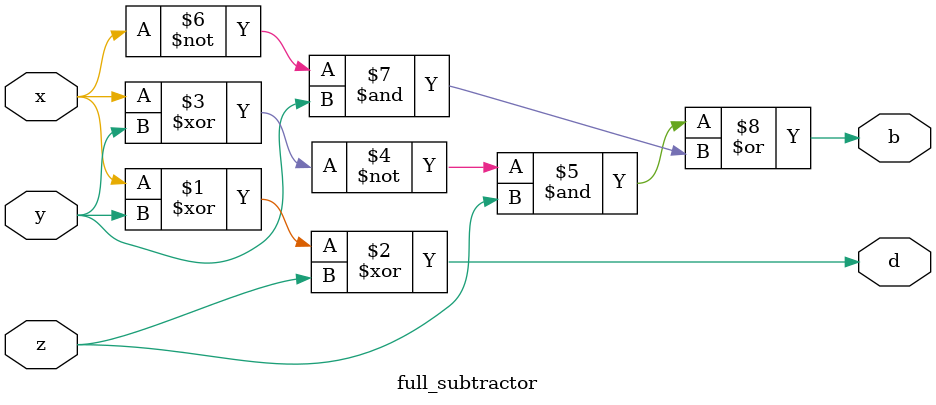
<source format=v>
`timescale 1ns / 1ps
module full_subtractor(
    input x,
    input y,
    input z,
    output d,
    output b
    );
    assign d = x^y^z;
    assign b = (~(x^y)&z) | ((~x)&y);
endmodule

</source>
